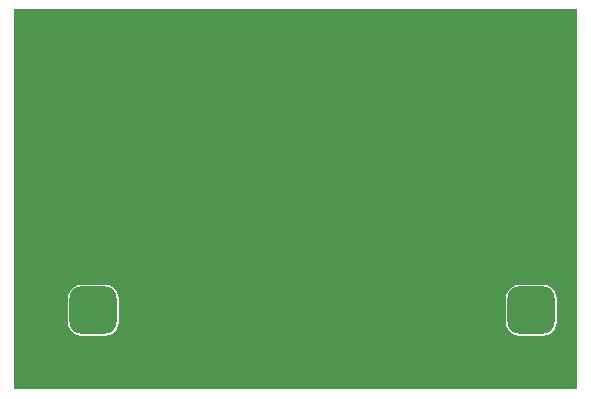
<source format=gbl>
G04*
G04 #@! TF.GenerationSoftware,Altium Limited,Altium Designer,22.3.1 (43)*
G04*
G04 Layer_Physical_Order=2*
G04 Layer_Color=16711680*
%FSLAX25Y25*%
%MOIN*%
G70*
G04*
G04 #@! TF.SameCoordinates,05F4E2DF-3ACD-4F1C-B615-966E0BC44E0A*
G04*
G04*
G04 #@! TF.FilePolarity,Positive*
G04*
G01*
G75*
G04:AMPARAMS|DCode=29|XSize=157.48mil|YSize=157.48mil|CornerRadius=39.37mil|HoleSize=0mil|Usage=FLASHONLY|Rotation=0.000|XOffset=0mil|YOffset=0mil|HoleType=Round|Shape=RoundedRectangle|*
%AMROUNDEDRECTD29*
21,1,0.15748,0.07874,0,0,0.0*
21,1,0.07874,0.15748,0,0,0.0*
1,1,0.07874,0.03937,-0.03937*
1,1,0.07874,-0.03937,-0.03937*
1,1,0.07874,-0.03937,0.03937*
1,1,0.07874,0.03937,0.03937*
%
%ADD29ROUNDEDRECTD29*%
%ADD30C,0.02756*%
G36*
X512386Y212614D02*
X324614D01*
X324614Y339386D01*
X512386D01*
X512386Y212614D01*
D02*
G37*
%LPC*%
G36*
X500937Y247512D02*
X493063D01*
X491879Y247356D01*
X490776Y246899D01*
X489828Y246172D01*
X489101Y245224D01*
X488644Y244121D01*
X488488Y242937D01*
Y235063D01*
X488644Y233879D01*
X489101Y232776D01*
X489828Y231828D01*
X490776Y231101D01*
X491879Y230644D01*
X493063Y230488D01*
X500937D01*
X502121Y230644D01*
X503224Y231101D01*
X504172Y231828D01*
X504899Y232776D01*
X505356Y233879D01*
X505512Y235063D01*
Y242937D01*
X505356Y244121D01*
X504899Y245224D01*
X504172Y246172D01*
X503224Y246899D01*
X502121Y247356D01*
X500937Y247512D01*
D02*
G37*
G36*
X354937D02*
X347063D01*
X345879Y247356D01*
X344776Y246899D01*
X343828Y246172D01*
X343101Y245224D01*
X342644Y244121D01*
X342488Y242937D01*
Y235063D01*
X342644Y233879D01*
X343101Y232776D01*
X343828Y231828D01*
X344776Y231101D01*
X345879Y230644D01*
X347063Y230488D01*
X354937D01*
X356121Y230644D01*
X357224Y231101D01*
X358172Y231828D01*
X358899Y232776D01*
X359356Y233879D01*
X359512Y235063D01*
Y242937D01*
X359356Y244121D01*
X358899Y245224D01*
X358172Y246172D01*
X357224Y246899D01*
X356121Y247356D01*
X354937Y247512D01*
D02*
G37*
%LPD*%
D29*
X351000Y239000D02*
D03*
X497000Y320000D02*
D03*
X351000D02*
D03*
X497000Y239000D02*
D03*
D30*
X330709Y224409D02*
D03*
Y248031D02*
D03*
X336614Y259842D02*
D03*
X330709Y271654D02*
D03*
X336614Y283465D02*
D03*
X330709Y295275D02*
D03*
X336614Y307086D02*
D03*
X330709Y318898D02*
D03*
X336614Y330709D02*
D03*
X342520Y224409D02*
D03*
Y271654D02*
D03*
Y295275D02*
D03*
X348425Y307086D02*
D03*
Y330709D02*
D03*
X354331Y224409D02*
D03*
X360236Y283465D02*
D03*
Y307086D02*
D03*
Y330709D02*
D03*
X366142Y224409D02*
D03*
X372047Y236220D02*
D03*
X366142Y248031D02*
D03*
X372047Y283465D02*
D03*
X366142Y295275D02*
D03*
X372047Y307086D02*
D03*
X366142Y318898D02*
D03*
X372047Y330709D02*
D03*
X377953Y224409D02*
D03*
X383858Y283465D02*
D03*
Y330709D02*
D03*
X389764Y224409D02*
D03*
X395669Y236220D02*
D03*
Y283465D02*
D03*
Y330709D02*
D03*
X401575Y224409D02*
D03*
X407480Y236220D02*
D03*
Y283465D02*
D03*
Y330709D02*
D03*
X413386Y224409D02*
D03*
X419291Y236220D02*
D03*
Y259842D02*
D03*
X413386Y271654D02*
D03*
X419291Y307086D02*
D03*
Y330709D02*
D03*
X425197Y224409D02*
D03*
Y271654D02*
D03*
X431102Y330709D02*
D03*
X437008Y224409D02*
D03*
X442913Y236220D02*
D03*
Y259842D02*
D03*
X437008Y271654D02*
D03*
Y295275D02*
D03*
X442913Y307086D02*
D03*
X437008Y318898D02*
D03*
X442913Y330709D02*
D03*
X448819Y224409D02*
D03*
X454724Y236220D02*
D03*
X448819Y248031D02*
D03*
X454724Y259842D02*
D03*
X448819Y271654D02*
D03*
Y295275D02*
D03*
X454724Y307086D02*
D03*
X448819Y318898D02*
D03*
X454724Y330709D02*
D03*
X460630Y224409D02*
D03*
X466535Y307086D02*
D03*
X460630Y318898D02*
D03*
X466535Y330709D02*
D03*
X478346Y307086D02*
D03*
Y330709D02*
D03*
X490157Y283465D02*
D03*
Y307086D02*
D03*
X484252Y318898D02*
D03*
X490157Y330709D02*
D03*
X496063Y271654D02*
D03*
X501968Y283465D02*
D03*
X496063Y295275D02*
D03*
X501968Y307086D02*
D03*
Y330709D02*
D03*
X336614Y236220D02*
D03*
M02*

</source>
